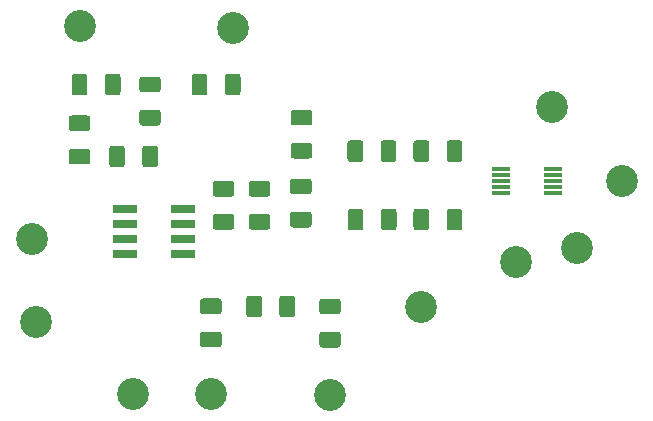
<source format=gbr>
%TF.GenerationSoftware,KiCad,Pcbnew,5.1.6-c6e7f7d~86~ubuntu18.04.1*%
%TF.CreationDate,2020-08-21T18:27:22+12:00*%
%TF.ProjectId,Biasing and 10V Test,42696173-696e-4672-9061-6e6420313056,rev?*%
%TF.SameCoordinates,Original*%
%TF.FileFunction,Soldermask,Top*%
%TF.FilePolarity,Negative*%
%FSLAX46Y46*%
G04 Gerber Fmt 4.6, Leading zero omitted, Abs format (unit mm)*
G04 Created by KiCad (PCBNEW 5.1.6-c6e7f7d~86~ubuntu18.04.1) date 2020-08-21 18:27:22*
%MOMM*%
%LPD*%
G01*
G04 APERTURE LIST*
%ADD10C,2.700000*%
%ADD11R,2.070000X0.670000*%
%ADD12R,1.500000X0.400000*%
G04 APERTURE END LIST*
%TO.C,C1*%
G36*
G01*
X119293000Y-72814500D02*
X119293000Y-74124500D01*
G75*
G02*
X119023000Y-74394500I-270000J0D01*
G01*
X118213000Y-74394500D01*
G75*
G02*
X117943000Y-74124500I0J270000D01*
G01*
X117943000Y-72814500D01*
G75*
G02*
X118213000Y-72544500I270000J0D01*
G01*
X119023000Y-72544500D01*
G75*
G02*
X119293000Y-72814500I0J-270000D01*
G01*
G37*
G36*
G01*
X122093000Y-72814500D02*
X122093000Y-74124500D01*
G75*
G02*
X121823000Y-74394500I-270000J0D01*
G01*
X121013000Y-74394500D01*
G75*
G02*
X120743000Y-74124500I0J270000D01*
G01*
X120743000Y-72814500D01*
G75*
G02*
X121013000Y-72544500I270000J0D01*
G01*
X121823000Y-72544500D01*
G75*
G02*
X122093000Y-72814500I0J-270000D01*
G01*
G37*
%TD*%
%TO.C,C2*%
G36*
G01*
X133713500Y-85514500D02*
X133713500Y-86824500D01*
G75*
G02*
X133443500Y-87094500I-270000J0D01*
G01*
X132633500Y-87094500D01*
G75*
G02*
X132363500Y-86824500I0J270000D01*
G01*
X132363500Y-85514500D01*
G75*
G02*
X132633500Y-85244500I270000J0D01*
G01*
X133443500Y-85244500D01*
G75*
G02*
X133713500Y-85514500I0J-270000D01*
G01*
G37*
G36*
G01*
X130913500Y-85514500D02*
X130913500Y-86824500D01*
G75*
G02*
X130643500Y-87094500I-270000J0D01*
G01*
X129833500Y-87094500D01*
G75*
G02*
X129563500Y-86824500I0J270000D01*
G01*
X129563500Y-85514500D01*
G75*
G02*
X129833500Y-85244500I270000J0D01*
G01*
X130643500Y-85244500D01*
G75*
G02*
X130913500Y-85514500I0J-270000D01*
G01*
G37*
%TD*%
D10*
%TO.C,J1*%
X111379000Y-80454500D03*
%TD*%
%TO.C,J2*%
X115443000Y-62420500D03*
%TD*%
%TO.C,J3*%
X126555500Y-93599000D03*
%TD*%
%TO.C,J4*%
X136652000Y-93662500D03*
%TD*%
%TO.C,J5*%
X152400000Y-82423000D03*
%TD*%
%TO.C,J6*%
X144335500Y-86169500D03*
%TD*%
%TO.C,J7*%
X157543500Y-81216500D03*
%TD*%
%TO.C,J8*%
X155448000Y-69278500D03*
%TD*%
%TO.C,J9*%
X161353500Y-75501500D03*
%TD*%
%TO.C,J10*%
X119951500Y-93535500D03*
%TD*%
%TO.C,R1*%
G36*
G01*
X114788000Y-69994500D02*
X116098000Y-69994500D01*
G75*
G02*
X116368000Y-70264500I0J-270000D01*
G01*
X116368000Y-71074500D01*
G75*
G02*
X116098000Y-71344500I-270000J0D01*
G01*
X114788000Y-71344500D01*
G75*
G02*
X114518000Y-71074500I0J270000D01*
G01*
X114518000Y-70264500D01*
G75*
G02*
X114788000Y-69994500I270000J0D01*
G01*
G37*
G36*
G01*
X114788000Y-72794500D02*
X116098000Y-72794500D01*
G75*
G02*
X116368000Y-73064500I0J-270000D01*
G01*
X116368000Y-73874500D01*
G75*
G02*
X116098000Y-74144500I-270000J0D01*
G01*
X114788000Y-74144500D01*
G75*
G02*
X114518000Y-73874500I0J270000D01*
G01*
X114518000Y-73064500D01*
G75*
G02*
X114788000Y-72794500I270000J0D01*
G01*
G37*
%TD*%
%TO.C,R2*%
G36*
G01*
X125900500Y-85488500D02*
X127210500Y-85488500D01*
G75*
G02*
X127480500Y-85758500I0J-270000D01*
G01*
X127480500Y-86568500D01*
G75*
G02*
X127210500Y-86838500I-270000J0D01*
G01*
X125900500Y-86838500D01*
G75*
G02*
X125630500Y-86568500I0J270000D01*
G01*
X125630500Y-85758500D01*
G75*
G02*
X125900500Y-85488500I270000J0D01*
G01*
G37*
G36*
G01*
X125900500Y-88288500D02*
X127210500Y-88288500D01*
G75*
G02*
X127480500Y-88558500I0J-270000D01*
G01*
X127480500Y-89368500D01*
G75*
G02*
X127210500Y-89638500I-270000J0D01*
G01*
X125900500Y-89638500D01*
G75*
G02*
X125630500Y-89368500I0J270000D01*
G01*
X125630500Y-88558500D01*
G75*
G02*
X125900500Y-88288500I270000J0D01*
G01*
G37*
%TD*%
%TO.C,R3*%
G36*
G01*
X120757000Y-69498500D02*
X122067000Y-69498500D01*
G75*
G02*
X122337000Y-69768500I0J-270000D01*
G01*
X122337000Y-70578500D01*
G75*
G02*
X122067000Y-70848500I-270000J0D01*
G01*
X120757000Y-70848500D01*
G75*
G02*
X120487000Y-70578500I0J270000D01*
G01*
X120487000Y-69768500D01*
G75*
G02*
X120757000Y-69498500I270000J0D01*
G01*
G37*
G36*
G01*
X120757000Y-66698500D02*
X122067000Y-66698500D01*
G75*
G02*
X122337000Y-66968500I0J-270000D01*
G01*
X122337000Y-67778500D01*
G75*
G02*
X122067000Y-68048500I-270000J0D01*
G01*
X120757000Y-68048500D01*
G75*
G02*
X120487000Y-67778500I0J270000D01*
G01*
X120487000Y-66968500D01*
G75*
G02*
X120757000Y-66698500I270000J0D01*
G01*
G37*
%TD*%
%TO.C,R4*%
G36*
G01*
X124928000Y-68028500D02*
X124928000Y-66718500D01*
G75*
G02*
X125198000Y-66448500I270000J0D01*
G01*
X126008000Y-66448500D01*
G75*
G02*
X126278000Y-66718500I0J-270000D01*
G01*
X126278000Y-68028500D01*
G75*
G02*
X126008000Y-68298500I-270000J0D01*
G01*
X125198000Y-68298500D01*
G75*
G02*
X124928000Y-68028500I0J270000D01*
G01*
G37*
G36*
G01*
X127728000Y-68028500D02*
X127728000Y-66718500D01*
G75*
G02*
X127998000Y-66448500I270000J0D01*
G01*
X128808000Y-66448500D01*
G75*
G02*
X129078000Y-66718500I0J-270000D01*
G01*
X129078000Y-68028500D01*
G75*
G02*
X128808000Y-68298500I-270000J0D01*
G01*
X127998000Y-68298500D01*
G75*
G02*
X127728000Y-68028500I0J270000D01*
G01*
G37*
%TD*%
%TO.C,R5*%
G36*
G01*
X135997000Y-85494500D02*
X137307000Y-85494500D01*
G75*
G02*
X137577000Y-85764500I0J-270000D01*
G01*
X137577000Y-86574500D01*
G75*
G02*
X137307000Y-86844500I-270000J0D01*
G01*
X135997000Y-86844500D01*
G75*
G02*
X135727000Y-86574500I0J270000D01*
G01*
X135727000Y-85764500D01*
G75*
G02*
X135997000Y-85494500I270000J0D01*
G01*
G37*
G36*
G01*
X135997000Y-88294500D02*
X137307000Y-88294500D01*
G75*
G02*
X137577000Y-88564500I0J-270000D01*
G01*
X137577000Y-89374500D01*
G75*
G02*
X137307000Y-89644500I-270000J0D01*
G01*
X135997000Y-89644500D01*
G75*
G02*
X135727000Y-89374500I0J270000D01*
G01*
X135727000Y-88564500D01*
G75*
G02*
X135997000Y-88294500I270000J0D01*
G01*
G37*
%TD*%
%TO.C,R6*%
G36*
G01*
X134894000Y-73642500D02*
X133584000Y-73642500D01*
G75*
G02*
X133314000Y-73372500I0J270000D01*
G01*
X133314000Y-72562500D01*
G75*
G02*
X133584000Y-72292500I270000J0D01*
G01*
X134894000Y-72292500D01*
G75*
G02*
X135164000Y-72562500I0J-270000D01*
G01*
X135164000Y-73372500D01*
G75*
G02*
X134894000Y-73642500I-270000J0D01*
G01*
G37*
G36*
G01*
X134894000Y-70842500D02*
X133584000Y-70842500D01*
G75*
G02*
X133314000Y-70572500I0J270000D01*
G01*
X133314000Y-69762500D01*
G75*
G02*
X133584000Y-69492500I270000J0D01*
G01*
X134894000Y-69492500D01*
G75*
G02*
X135164000Y-69762500I0J-270000D01*
G01*
X135164000Y-70572500D01*
G75*
G02*
X134894000Y-70842500I-270000J0D01*
G01*
G37*
%TD*%
%TO.C,R7*%
G36*
G01*
X134830500Y-79481500D02*
X133520500Y-79481500D01*
G75*
G02*
X133250500Y-79211500I0J270000D01*
G01*
X133250500Y-78401500D01*
G75*
G02*
X133520500Y-78131500I270000J0D01*
G01*
X134830500Y-78131500D01*
G75*
G02*
X135100500Y-78401500I0J-270000D01*
G01*
X135100500Y-79211500D01*
G75*
G02*
X134830500Y-79481500I-270000J0D01*
G01*
G37*
G36*
G01*
X134830500Y-76681500D02*
X133520500Y-76681500D01*
G75*
G02*
X133250500Y-76411500I0J270000D01*
G01*
X133250500Y-75601500D01*
G75*
G02*
X133520500Y-75331500I270000J0D01*
G01*
X134830500Y-75331500D01*
G75*
G02*
X135100500Y-75601500I0J-270000D01*
G01*
X135100500Y-76411500D01*
G75*
G02*
X134830500Y-76681500I-270000J0D01*
G01*
G37*
%TD*%
%TO.C,R8*%
G36*
G01*
X116118000Y-66718500D02*
X116118000Y-68028500D01*
G75*
G02*
X115848000Y-68298500I-270000J0D01*
G01*
X115038000Y-68298500D01*
G75*
G02*
X114768000Y-68028500I0J270000D01*
G01*
X114768000Y-66718500D01*
G75*
G02*
X115038000Y-66448500I270000J0D01*
G01*
X115848000Y-66448500D01*
G75*
G02*
X116118000Y-66718500I0J-270000D01*
G01*
G37*
G36*
G01*
X118918000Y-66718500D02*
X118918000Y-68028500D01*
G75*
G02*
X118648000Y-68298500I-270000J0D01*
G01*
X117838000Y-68298500D01*
G75*
G02*
X117568000Y-68028500I0J270000D01*
G01*
X117568000Y-66718500D01*
G75*
G02*
X117838000Y-66448500I270000J0D01*
G01*
X118648000Y-66448500D01*
G75*
G02*
X118918000Y-66718500I0J-270000D01*
G01*
G37*
%TD*%
%TO.C,R9*%
G36*
G01*
X139480000Y-72370000D02*
X139480000Y-73680000D01*
G75*
G02*
X139210000Y-73950000I-270000J0D01*
G01*
X138400000Y-73950000D01*
G75*
G02*
X138130000Y-73680000I0J270000D01*
G01*
X138130000Y-72370000D01*
G75*
G02*
X138400000Y-72100000I270000J0D01*
G01*
X139210000Y-72100000D01*
G75*
G02*
X139480000Y-72370000I0J-270000D01*
G01*
G37*
G36*
G01*
X142280000Y-72370000D02*
X142280000Y-73680000D01*
G75*
G02*
X142010000Y-73950000I-270000J0D01*
G01*
X141200000Y-73950000D01*
G75*
G02*
X140930000Y-73680000I0J270000D01*
G01*
X140930000Y-72370000D01*
G75*
G02*
X141200000Y-72100000I270000J0D01*
G01*
X142010000Y-72100000D01*
G75*
G02*
X142280000Y-72370000I0J-270000D01*
G01*
G37*
%TD*%
%TO.C,R10*%
G36*
G01*
X139486000Y-78148500D02*
X139486000Y-79458500D01*
G75*
G02*
X139216000Y-79728500I-270000J0D01*
G01*
X138406000Y-79728500D01*
G75*
G02*
X138136000Y-79458500I0J270000D01*
G01*
X138136000Y-78148500D01*
G75*
G02*
X138406000Y-77878500I270000J0D01*
G01*
X139216000Y-77878500D01*
G75*
G02*
X139486000Y-78148500I0J-270000D01*
G01*
G37*
G36*
G01*
X142286000Y-78148500D02*
X142286000Y-79458500D01*
G75*
G02*
X142016000Y-79728500I-270000J0D01*
G01*
X141206000Y-79728500D01*
G75*
G02*
X140936000Y-79458500I0J270000D01*
G01*
X140936000Y-78148500D01*
G75*
G02*
X141206000Y-77878500I270000J0D01*
G01*
X142016000Y-77878500D01*
G75*
G02*
X142286000Y-78148500I0J-270000D01*
G01*
G37*
%TD*%
%TO.C,R11*%
G36*
G01*
X145068000Y-72370000D02*
X145068000Y-73680000D01*
G75*
G02*
X144798000Y-73950000I-270000J0D01*
G01*
X143988000Y-73950000D01*
G75*
G02*
X143718000Y-73680000I0J270000D01*
G01*
X143718000Y-72370000D01*
G75*
G02*
X143988000Y-72100000I270000J0D01*
G01*
X144798000Y-72100000D01*
G75*
G02*
X145068000Y-72370000I0J-270000D01*
G01*
G37*
G36*
G01*
X147868000Y-72370000D02*
X147868000Y-73680000D01*
G75*
G02*
X147598000Y-73950000I-270000J0D01*
G01*
X146788000Y-73950000D01*
G75*
G02*
X146518000Y-73680000I0J270000D01*
G01*
X146518000Y-72370000D01*
G75*
G02*
X146788000Y-72100000I270000J0D01*
G01*
X147598000Y-72100000D01*
G75*
G02*
X147868000Y-72370000I0J-270000D01*
G01*
G37*
%TD*%
%TO.C,R12*%
G36*
G01*
X147868000Y-78148500D02*
X147868000Y-79458500D01*
G75*
G02*
X147598000Y-79728500I-270000J0D01*
G01*
X146788000Y-79728500D01*
G75*
G02*
X146518000Y-79458500I0J270000D01*
G01*
X146518000Y-78148500D01*
G75*
G02*
X146788000Y-77878500I270000J0D01*
G01*
X147598000Y-77878500D01*
G75*
G02*
X147868000Y-78148500I0J-270000D01*
G01*
G37*
G36*
G01*
X145068000Y-78148500D02*
X145068000Y-79458500D01*
G75*
G02*
X144798000Y-79728500I-270000J0D01*
G01*
X143988000Y-79728500D01*
G75*
G02*
X143718000Y-79458500I0J270000D01*
G01*
X143718000Y-78148500D01*
G75*
G02*
X143988000Y-77878500I270000J0D01*
G01*
X144798000Y-77878500D01*
G75*
G02*
X145068000Y-78148500I0J-270000D01*
G01*
G37*
%TD*%
%TO.C,R13*%
G36*
G01*
X126980000Y-78322000D02*
X128290000Y-78322000D01*
G75*
G02*
X128560000Y-78592000I0J-270000D01*
G01*
X128560000Y-79402000D01*
G75*
G02*
X128290000Y-79672000I-270000J0D01*
G01*
X126980000Y-79672000D01*
G75*
G02*
X126710000Y-79402000I0J270000D01*
G01*
X126710000Y-78592000D01*
G75*
G02*
X126980000Y-78322000I270000J0D01*
G01*
G37*
G36*
G01*
X126980000Y-75522000D02*
X128290000Y-75522000D01*
G75*
G02*
X128560000Y-75792000I0J-270000D01*
G01*
X128560000Y-76602000D01*
G75*
G02*
X128290000Y-76872000I-270000J0D01*
G01*
X126980000Y-76872000D01*
G75*
G02*
X126710000Y-76602000I0J270000D01*
G01*
X126710000Y-75792000D01*
G75*
G02*
X126980000Y-75522000I270000J0D01*
G01*
G37*
%TD*%
%TO.C,R14*%
G36*
G01*
X131338000Y-76869000D02*
X130028000Y-76869000D01*
G75*
G02*
X129758000Y-76599000I0J270000D01*
G01*
X129758000Y-75789000D01*
G75*
G02*
X130028000Y-75519000I270000J0D01*
G01*
X131338000Y-75519000D01*
G75*
G02*
X131608000Y-75789000I0J-270000D01*
G01*
X131608000Y-76599000D01*
G75*
G02*
X131338000Y-76869000I-270000J0D01*
G01*
G37*
G36*
G01*
X131338000Y-79669000D02*
X130028000Y-79669000D01*
G75*
G02*
X129758000Y-79399000I0J270000D01*
G01*
X129758000Y-78589000D01*
G75*
G02*
X130028000Y-78319000I270000J0D01*
G01*
X131338000Y-78319000D01*
G75*
G02*
X131608000Y-78589000I0J-270000D01*
G01*
X131608000Y-79399000D01*
G75*
G02*
X131338000Y-79669000I-270000J0D01*
G01*
G37*
%TD*%
D11*
%TO.C,U1*%
X119254500Y-77914500D03*
X119254500Y-79184500D03*
X119254500Y-80454500D03*
X119254500Y-81724500D03*
X124204500Y-81724500D03*
X124204500Y-80454500D03*
X124204500Y-79184500D03*
X124204500Y-77914500D03*
%TD*%
D12*
%TO.C,U2*%
X155511500Y-76517500D03*
X155511500Y-76017500D03*
X155511500Y-75517500D03*
X155511500Y-75017500D03*
X155511500Y-74517500D03*
X151111500Y-74517500D03*
X151111500Y-75017500D03*
X151111500Y-75517500D03*
X151111500Y-76017500D03*
X151111500Y-76517500D03*
%TD*%
D10*
%TO.C,J11*%
X111760000Y-87503000D03*
%TD*%
%TO.C,J12*%
X128397000Y-62547500D03*
%TD*%
M02*

</source>
